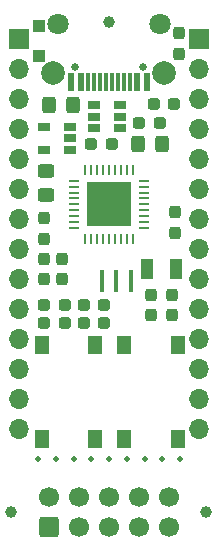
<source format=gbr>
%TF.GenerationSoftware,KiCad,Pcbnew,6.0.2-378541a8eb~116~ubuntu21.10.1*%
%TF.CreationDate,2022-02-16T23:17:44+01:00*%
%TF.ProjectId,GreenFox,47726565-6e46-46f7-982e-6b696361645f,Rev1*%
%TF.SameCoordinates,PX6d01460PY68c4118*%
%TF.FileFunction,Soldermask,Top*%
%TF.FilePolarity,Negative*%
%FSLAX46Y46*%
G04 Gerber Fmt 4.6, Leading zero omitted, Abs format (unit mm)*
G04 Created by KiCad (PCBNEW 6.0.2-378541a8eb~116~ubuntu21.10.1) date 2022-02-16 23:17:44*
%MOMM*%
%LPD*%
G01*
G04 APERTURE LIST*
G04 Aperture macros list*
%AMRoundRect*
0 Rectangle with rounded corners*
0 $1 Rounding radius*
0 $2 $3 $4 $5 $6 $7 $8 $9 X,Y pos of 4 corners*
0 Add a 4 corners polygon primitive as box body*
4,1,4,$2,$3,$4,$5,$6,$7,$8,$9,$2,$3,0*
0 Add four circle primitives for the rounded corners*
1,1,$1+$1,$2,$3*
1,1,$1+$1,$4,$5*
1,1,$1+$1,$6,$7*
1,1,$1+$1,$8,$9*
0 Add four rect primitives between the rounded corners*
20,1,$1+$1,$2,$3,$4,$5,0*
20,1,$1+$1,$4,$5,$6,$7,0*
20,1,$1+$1,$6,$7,$8,$9,0*
20,1,$1+$1,$8,$9,$2,$3,0*%
G04 Aperture macros list end*
%ADD10R,0.300000X1.500000*%
%ADD11R,0.600000X1.500000*%
%ADD12C,0.650000*%
%ADD13C,1.800000*%
%ADD14C,2.000000*%
%ADD15C,0.500000*%
%ADD16C,1.000000*%
%ADD17R,1.300000X1.550000*%
%ADD18RoundRect,0.237500X0.237500X-0.287500X0.237500X0.287500X-0.237500X0.287500X-0.237500X-0.287500X0*%
%ADD19RoundRect,0.237500X-0.237500X0.287500X-0.237500X-0.287500X0.237500X-0.287500X0.237500X0.287500X0*%
%ADD20R,1.000000X1.800000*%
%ADD21R,0.400000X1.900000*%
%ADD22R,3.700000X3.700000*%
%ADD23RoundRect,0.062500X0.350000X-0.062500X0.350000X0.062500X-0.350000X0.062500X-0.350000X-0.062500X0*%
%ADD24RoundRect,0.062500X0.062500X-0.350000X0.062500X0.350000X-0.062500X0.350000X-0.062500X-0.350000X0*%
%ADD25R,1.060000X0.650000*%
%ADD26RoundRect,0.237500X0.287500X0.237500X-0.287500X0.237500X-0.287500X-0.237500X0.287500X-0.237500X0*%
%ADD27RoundRect,0.237500X-0.287500X-0.237500X0.287500X-0.237500X0.287500X0.237500X-0.287500X0.237500X0*%
%ADD28O,1.700000X1.700000*%
%ADD29R,1.700000X1.700000*%
%ADD30C,1.700000*%
%ADD31RoundRect,0.250000X0.600000X-0.600000X0.600000X0.600000X-0.600000X0.600000X-0.600000X-0.600000X0*%
%ADD32R,1.000000X1.000000*%
%ADD33RoundRect,0.249999X-0.325001X-0.450001X0.325001X-0.450001X0.325001X0.450001X-0.325001X0.450001X0*%
%ADD34RoundRect,0.249999X-0.450001X0.325001X-0.450001X-0.325001X0.450001X-0.325001X0.450001X0.325001X0*%
G04 APERTURE END LIST*
D10*
%TO.C,J1*%
X8410000Y40226600D03*
X11910000Y40226600D03*
X8910000Y40226600D03*
X11410000Y40226600D03*
X9410000Y40226600D03*
X10910000Y40226600D03*
X9910000Y40226600D03*
X10410000Y40226600D03*
D11*
X6960000Y40226600D03*
X7760000Y40226600D03*
X13360000Y40226600D03*
X12560000Y40226600D03*
D12*
X13050000Y41476600D03*
X7270000Y41476600D03*
D13*
X5840000Y45126600D03*
X14480000Y45126600D03*
D14*
X14860000Y40976600D03*
X5460000Y40976600D03*
%TD*%
D15*
%TO.C,H9*%
X16179000Y8255000D03*
%TD*%
%TO.C,H8*%
X14679000Y8255000D03*
%TD*%
%TO.C,H7*%
X13179000Y8255000D03*
%TD*%
%TO.C,H6*%
X11679000Y8255000D03*
%TD*%
%TO.C,H5*%
X10179000Y8255000D03*
%TD*%
%TO.C,H4*%
X8679000Y8255000D03*
%TD*%
%TO.C,H3*%
X7179000Y8255000D03*
%TD*%
%TO.C,H2*%
X5679000Y8255000D03*
%TD*%
%TO.C,H1*%
X4179000Y8255000D03*
%TD*%
D16*
%TO.C,FID3*%
X18385000Y3810000D03*
%TD*%
%TO.C,FID2*%
X1875000Y3810000D03*
%TD*%
%TO.C,FID1*%
X10160000Y45288200D03*
%TD*%
D17*
%TO.C,SW2*%
X15966000Y17945000D03*
X15966000Y9995000D03*
X11466000Y17945000D03*
X11466000Y9995000D03*
%TD*%
%TO.C,SW1*%
X4481000Y9995000D03*
X4481000Y17945000D03*
X8981000Y9995000D03*
X8981000Y17945000D03*
%TD*%
D18*
%TO.C,R1*%
X4699000Y28688000D03*
X4699000Y26938000D03*
%TD*%
D19*
%TO.C,C8*%
X4699000Y23509000D03*
X4699000Y25259000D03*
%TD*%
D20*
%TO.C,Y2*%
X15855000Y24384000D03*
X13355000Y24384000D03*
%TD*%
D21*
%TO.C,Y1*%
X11995000Y23368000D03*
X10795000Y23368000D03*
X9595000Y23368000D03*
%TD*%
D22*
%TO.C,U3*%
X10160000Y29845000D03*
D23*
X7222500Y27845000D03*
X7222500Y28345000D03*
X7222500Y28845000D03*
X7222500Y29345000D03*
X7222500Y29845000D03*
X7222500Y30345000D03*
X7222500Y30845000D03*
X7222500Y31345000D03*
X7222500Y31845000D03*
D24*
X8160000Y32782500D03*
X8660000Y32782500D03*
X9160000Y32782500D03*
X9660000Y32782500D03*
X10160000Y32782500D03*
X10660000Y32782500D03*
X11160000Y32782500D03*
X11660000Y32782500D03*
X12160000Y32782500D03*
D23*
X13097500Y31845000D03*
X13097500Y31345000D03*
X13097500Y30845000D03*
X13097500Y30345000D03*
X13097500Y29845000D03*
X13097500Y29345000D03*
X13097500Y28845000D03*
X13097500Y28345000D03*
X13097500Y27845000D03*
D24*
X12160000Y26907500D03*
X11660000Y26907500D03*
X11160000Y26907500D03*
X10660000Y26907500D03*
X10160000Y26907500D03*
X9660000Y26907500D03*
X9160000Y26907500D03*
X8660000Y26907500D03*
X8160000Y26907500D03*
%TD*%
D25*
%TO.C,U2*%
X11133000Y36324500D03*
X11133000Y37274500D03*
X11133000Y38224500D03*
X8933000Y38224500D03*
X8933000Y36324500D03*
X8933000Y37274500D03*
%TD*%
%TO.C,U1*%
X6878500Y34483000D03*
X6878500Y35433000D03*
X6878500Y36383000D03*
X4678500Y36383000D03*
X4678500Y34483000D03*
%TD*%
D26*
%TO.C,R9*%
X4663500Y19812000D03*
X6413500Y19812000D03*
%TD*%
%TO.C,R8*%
X4663500Y21297000D03*
X6413500Y21297000D03*
%TD*%
D18*
%TO.C,R7*%
X6223000Y25259000D03*
X6223000Y23509000D03*
%TD*%
D26*
%TO.C,R5*%
X8650000Y34988500D03*
X10400000Y34988500D03*
%TD*%
%TO.C,R4*%
X12714000Y36703000D03*
X14464000Y36703000D03*
%TD*%
D19*
%TO.C,R3*%
X16050000Y44330000D03*
X16050000Y42580000D03*
%TD*%
D27*
%TO.C,R2*%
X13950000Y38305000D03*
X15700000Y38305000D03*
%TD*%
D28*
%TO.C,J5*%
X17780000Y10795000D03*
X17780000Y13335000D03*
X17780000Y15875000D03*
X17780000Y18415000D03*
X17780000Y20955000D03*
X17780000Y23495000D03*
X17780000Y26035000D03*
X17780000Y28575000D03*
X17780000Y31115000D03*
X17780000Y33655000D03*
X17780000Y36195000D03*
X17780000Y38735000D03*
X17780000Y41275000D03*
D29*
X17780000Y43815000D03*
%TD*%
D28*
%TO.C,J3*%
X2540000Y10795000D03*
X2540000Y13335000D03*
X2540000Y15875000D03*
X2540000Y18415000D03*
X2540000Y20955000D03*
X2540000Y23495000D03*
X2540000Y26035000D03*
X2540000Y28575000D03*
X2540000Y31115000D03*
X2540000Y33655000D03*
X2540000Y36195000D03*
X2540000Y38735000D03*
X2540000Y41275000D03*
D29*
X2540000Y43815000D03*
%TD*%
D30*
%TO.C,J2*%
X15240000Y5080000D03*
X12700000Y5080000D03*
X10160000Y5080000D03*
X7620000Y5080000D03*
X5080000Y5080000D03*
X15240000Y2540000D03*
X12700000Y2540000D03*
X10160000Y2540000D03*
X7620000Y2540000D03*
D31*
X5080000Y2540000D03*
%TD*%
D26*
%TO.C,D3*%
X8015500Y19812000D03*
X9765500Y19812000D03*
%TD*%
%TO.C,D2*%
X8015500Y21297000D03*
X9765500Y21297000D03*
%TD*%
D32*
%TO.C,D1*%
X4200000Y42405000D03*
X4200000Y44905000D03*
%TD*%
D33*
%TO.C,C7*%
X14677500Y34925000D03*
X12627500Y34925000D03*
%TD*%
D19*
%TO.C,C6*%
X15494000Y20461000D03*
X15494000Y22211000D03*
%TD*%
%TO.C,C5*%
X15748000Y27446000D03*
X15748000Y29196000D03*
%TD*%
D34*
%TO.C,C4*%
X4826000Y30598000D03*
X4826000Y32648000D03*
%TD*%
D19*
%TO.C,C3*%
X13716000Y20461000D03*
X13716000Y22211000D03*
%TD*%
D33*
%TO.C,C1*%
X5071000Y38227000D03*
X7121000Y38227000D03*
%TD*%
M02*

</source>
